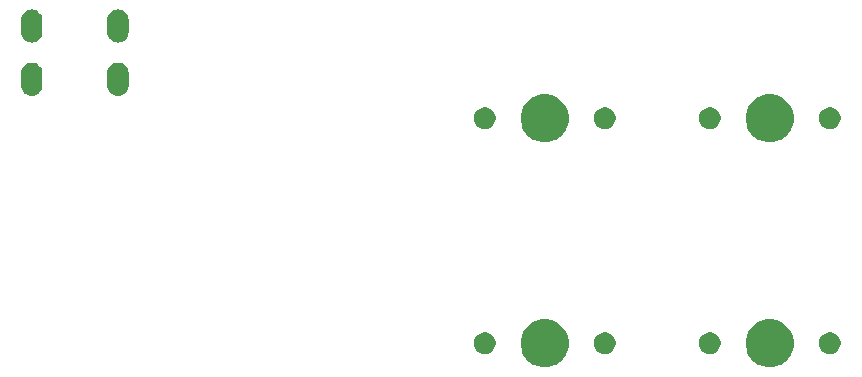
<source format=gts>
G04 #@! TF.GenerationSoftware,KiCad,Pcbnew,(5.1.4)-1*
G04 #@! TF.CreationDate,2020-12-10T18:26:19-06:00*
G04 #@! TF.ProjectId,pcb-guide,7063622d-6775-4696-9465-2e6b69636164,rev?*
G04 #@! TF.SameCoordinates,Original*
G04 #@! TF.FileFunction,Soldermask,Top*
G04 #@! TF.FilePolarity,Negative*
%FSLAX46Y46*%
G04 Gerber Fmt 4.6, Leading zero omitted, Abs format (unit mm)*
G04 Created by KiCad (PCBNEW (5.1.4)-1) date 2020-12-10 18:26:19*
%MOMM*%
%LPD*%
G04 APERTURE LIST*
%ADD10C,0.100000*%
G04 APERTURE END LIST*
D10*
G36*
X214908974Y-52072184D02*
G01*
X215126974Y-52162483D01*
X215281123Y-52226333D01*
X215616048Y-52450123D01*
X215900877Y-52734952D01*
X216124667Y-53069877D01*
X216157062Y-53148086D01*
X216278816Y-53442026D01*
X216357400Y-53837094D01*
X216357400Y-54239906D01*
X216278816Y-54634974D01*
X216227951Y-54757772D01*
X216124667Y-55007123D01*
X215900877Y-55342048D01*
X215616048Y-55626877D01*
X215281123Y-55850667D01*
X215126974Y-55914517D01*
X214908974Y-56004816D01*
X214513906Y-56083400D01*
X214111094Y-56083400D01*
X213716026Y-56004816D01*
X213498026Y-55914517D01*
X213343877Y-55850667D01*
X213008952Y-55626877D01*
X212724123Y-55342048D01*
X212500333Y-55007123D01*
X212397049Y-54757772D01*
X212346184Y-54634974D01*
X212267600Y-54239906D01*
X212267600Y-53837094D01*
X212346184Y-53442026D01*
X212467938Y-53148086D01*
X212500333Y-53069877D01*
X212724123Y-52734952D01*
X213008952Y-52450123D01*
X213343877Y-52226333D01*
X213498026Y-52162483D01*
X213716026Y-52072184D01*
X214111094Y-51993600D01*
X214513906Y-51993600D01*
X214908974Y-52072184D01*
X214908974Y-52072184D01*
G37*
G36*
X233958974Y-52072184D02*
G01*
X234176974Y-52162483D01*
X234331123Y-52226333D01*
X234666048Y-52450123D01*
X234950877Y-52734952D01*
X235174667Y-53069877D01*
X235207062Y-53148086D01*
X235328816Y-53442026D01*
X235407400Y-53837094D01*
X235407400Y-54239906D01*
X235328816Y-54634974D01*
X235277951Y-54757772D01*
X235174667Y-55007123D01*
X234950877Y-55342048D01*
X234666048Y-55626877D01*
X234331123Y-55850667D01*
X234176974Y-55914517D01*
X233958974Y-56004816D01*
X233563906Y-56083400D01*
X233161094Y-56083400D01*
X232766026Y-56004816D01*
X232548026Y-55914517D01*
X232393877Y-55850667D01*
X232058952Y-55626877D01*
X231774123Y-55342048D01*
X231550333Y-55007123D01*
X231447049Y-54757772D01*
X231396184Y-54634974D01*
X231317600Y-54239906D01*
X231317600Y-53837094D01*
X231396184Y-53442026D01*
X231517938Y-53148086D01*
X231550333Y-53069877D01*
X231774123Y-52734952D01*
X232058952Y-52450123D01*
X232393877Y-52226333D01*
X232548026Y-52162483D01*
X232766026Y-52072184D01*
X233161094Y-51993600D01*
X233563906Y-51993600D01*
X233958974Y-52072184D01*
X233958974Y-52072184D01*
G37*
G36*
X238712604Y-53148085D02*
G01*
X238881126Y-53217889D01*
X239032791Y-53319228D01*
X239161772Y-53448209D01*
X239263111Y-53599874D01*
X239332915Y-53768396D01*
X239368500Y-53947297D01*
X239368500Y-54129703D01*
X239332915Y-54308604D01*
X239263111Y-54477126D01*
X239161772Y-54628791D01*
X239032791Y-54757772D01*
X238881126Y-54859111D01*
X238712604Y-54928915D01*
X238533703Y-54964500D01*
X238351297Y-54964500D01*
X238172396Y-54928915D01*
X238003874Y-54859111D01*
X237852209Y-54757772D01*
X237723228Y-54628791D01*
X237621889Y-54477126D01*
X237552085Y-54308604D01*
X237516500Y-54129703D01*
X237516500Y-53947297D01*
X237552085Y-53768396D01*
X237621889Y-53599874D01*
X237723228Y-53448209D01*
X237852209Y-53319228D01*
X238003874Y-53217889D01*
X238172396Y-53148085D01*
X238351297Y-53112500D01*
X238533703Y-53112500D01*
X238712604Y-53148085D01*
X238712604Y-53148085D01*
G37*
G36*
X228552604Y-53148085D02*
G01*
X228721126Y-53217889D01*
X228872791Y-53319228D01*
X229001772Y-53448209D01*
X229103111Y-53599874D01*
X229172915Y-53768396D01*
X229208500Y-53947297D01*
X229208500Y-54129703D01*
X229172915Y-54308604D01*
X229103111Y-54477126D01*
X229001772Y-54628791D01*
X228872791Y-54757772D01*
X228721126Y-54859111D01*
X228552604Y-54928915D01*
X228373703Y-54964500D01*
X228191297Y-54964500D01*
X228012396Y-54928915D01*
X227843874Y-54859111D01*
X227692209Y-54757772D01*
X227563228Y-54628791D01*
X227461889Y-54477126D01*
X227392085Y-54308604D01*
X227356500Y-54129703D01*
X227356500Y-53947297D01*
X227392085Y-53768396D01*
X227461889Y-53599874D01*
X227563228Y-53448209D01*
X227692209Y-53319228D01*
X227843874Y-53217889D01*
X228012396Y-53148085D01*
X228191297Y-53112500D01*
X228373703Y-53112500D01*
X228552604Y-53148085D01*
X228552604Y-53148085D01*
G37*
G36*
X219662604Y-53148085D02*
G01*
X219831126Y-53217889D01*
X219982791Y-53319228D01*
X220111772Y-53448209D01*
X220213111Y-53599874D01*
X220282915Y-53768396D01*
X220318500Y-53947297D01*
X220318500Y-54129703D01*
X220282915Y-54308604D01*
X220213111Y-54477126D01*
X220111772Y-54628791D01*
X219982791Y-54757772D01*
X219831126Y-54859111D01*
X219662604Y-54928915D01*
X219483703Y-54964500D01*
X219301297Y-54964500D01*
X219122396Y-54928915D01*
X218953874Y-54859111D01*
X218802209Y-54757772D01*
X218673228Y-54628791D01*
X218571889Y-54477126D01*
X218502085Y-54308604D01*
X218466500Y-54129703D01*
X218466500Y-53947297D01*
X218502085Y-53768396D01*
X218571889Y-53599874D01*
X218673228Y-53448209D01*
X218802209Y-53319228D01*
X218953874Y-53217889D01*
X219122396Y-53148085D01*
X219301297Y-53112500D01*
X219483703Y-53112500D01*
X219662604Y-53148085D01*
X219662604Y-53148085D01*
G37*
G36*
X209502604Y-53148085D02*
G01*
X209671126Y-53217889D01*
X209822791Y-53319228D01*
X209951772Y-53448209D01*
X210053111Y-53599874D01*
X210122915Y-53768396D01*
X210158500Y-53947297D01*
X210158500Y-54129703D01*
X210122915Y-54308604D01*
X210053111Y-54477126D01*
X209951772Y-54628791D01*
X209822791Y-54757772D01*
X209671126Y-54859111D01*
X209502604Y-54928915D01*
X209323703Y-54964500D01*
X209141297Y-54964500D01*
X208962396Y-54928915D01*
X208793874Y-54859111D01*
X208642209Y-54757772D01*
X208513228Y-54628791D01*
X208411889Y-54477126D01*
X208342085Y-54308604D01*
X208306500Y-54129703D01*
X208306500Y-53947297D01*
X208342085Y-53768396D01*
X208411889Y-53599874D01*
X208513228Y-53448209D01*
X208642209Y-53319228D01*
X208793874Y-53217889D01*
X208962396Y-53148085D01*
X209141297Y-53112500D01*
X209323703Y-53112500D01*
X209502604Y-53148085D01*
X209502604Y-53148085D01*
G37*
G36*
X214908974Y-33022184D02*
G01*
X215056663Y-33083359D01*
X215281123Y-33176333D01*
X215616048Y-33400123D01*
X215900877Y-33684952D01*
X216124667Y-34019877D01*
X216157062Y-34098086D01*
X216278816Y-34392026D01*
X216357400Y-34787094D01*
X216357400Y-35189906D01*
X216278816Y-35584974D01*
X216227951Y-35707772D01*
X216124667Y-35957123D01*
X215900877Y-36292048D01*
X215616048Y-36576877D01*
X215281123Y-36800667D01*
X215126974Y-36864517D01*
X214908974Y-36954816D01*
X214513906Y-37033400D01*
X214111094Y-37033400D01*
X213716026Y-36954816D01*
X213498026Y-36864517D01*
X213343877Y-36800667D01*
X213008952Y-36576877D01*
X212724123Y-36292048D01*
X212500333Y-35957123D01*
X212397049Y-35707772D01*
X212346184Y-35584974D01*
X212267600Y-35189906D01*
X212267600Y-34787094D01*
X212346184Y-34392026D01*
X212467938Y-34098086D01*
X212500333Y-34019877D01*
X212724123Y-33684952D01*
X213008952Y-33400123D01*
X213343877Y-33176333D01*
X213568337Y-33083359D01*
X213716026Y-33022184D01*
X214111094Y-32943600D01*
X214513906Y-32943600D01*
X214908974Y-33022184D01*
X214908974Y-33022184D01*
G37*
G36*
X233958974Y-33022184D02*
G01*
X234106663Y-33083359D01*
X234331123Y-33176333D01*
X234666048Y-33400123D01*
X234950877Y-33684952D01*
X235174667Y-34019877D01*
X235207062Y-34098086D01*
X235328816Y-34392026D01*
X235407400Y-34787094D01*
X235407400Y-35189906D01*
X235328816Y-35584974D01*
X235277951Y-35707772D01*
X235174667Y-35957123D01*
X234950877Y-36292048D01*
X234666048Y-36576877D01*
X234331123Y-36800667D01*
X234176974Y-36864517D01*
X233958974Y-36954816D01*
X233563906Y-37033400D01*
X233161094Y-37033400D01*
X232766026Y-36954816D01*
X232548026Y-36864517D01*
X232393877Y-36800667D01*
X232058952Y-36576877D01*
X231774123Y-36292048D01*
X231550333Y-35957123D01*
X231447049Y-35707772D01*
X231396184Y-35584974D01*
X231317600Y-35189906D01*
X231317600Y-34787094D01*
X231396184Y-34392026D01*
X231517938Y-34098086D01*
X231550333Y-34019877D01*
X231774123Y-33684952D01*
X232058952Y-33400123D01*
X232393877Y-33176333D01*
X232618337Y-33083359D01*
X232766026Y-33022184D01*
X233161094Y-32943600D01*
X233563906Y-32943600D01*
X233958974Y-33022184D01*
X233958974Y-33022184D01*
G37*
G36*
X219662604Y-34098085D02*
G01*
X219831126Y-34167889D01*
X219982791Y-34269228D01*
X220111772Y-34398209D01*
X220213111Y-34549874D01*
X220282915Y-34718396D01*
X220318500Y-34897297D01*
X220318500Y-35079703D01*
X220282915Y-35258604D01*
X220213111Y-35427126D01*
X220111772Y-35578791D01*
X219982791Y-35707772D01*
X219831126Y-35809111D01*
X219662604Y-35878915D01*
X219483703Y-35914500D01*
X219301297Y-35914500D01*
X219122396Y-35878915D01*
X218953874Y-35809111D01*
X218802209Y-35707772D01*
X218673228Y-35578791D01*
X218571889Y-35427126D01*
X218502085Y-35258604D01*
X218466500Y-35079703D01*
X218466500Y-34897297D01*
X218502085Y-34718396D01*
X218571889Y-34549874D01*
X218673228Y-34398209D01*
X218802209Y-34269228D01*
X218953874Y-34167889D01*
X219122396Y-34098085D01*
X219301297Y-34062500D01*
X219483703Y-34062500D01*
X219662604Y-34098085D01*
X219662604Y-34098085D01*
G37*
G36*
X209502604Y-34098085D02*
G01*
X209671126Y-34167889D01*
X209822791Y-34269228D01*
X209951772Y-34398209D01*
X210053111Y-34549874D01*
X210122915Y-34718396D01*
X210158500Y-34897297D01*
X210158500Y-35079703D01*
X210122915Y-35258604D01*
X210053111Y-35427126D01*
X209951772Y-35578791D01*
X209822791Y-35707772D01*
X209671126Y-35809111D01*
X209502604Y-35878915D01*
X209323703Y-35914500D01*
X209141297Y-35914500D01*
X208962396Y-35878915D01*
X208793874Y-35809111D01*
X208642209Y-35707772D01*
X208513228Y-35578791D01*
X208411889Y-35427126D01*
X208342085Y-35258604D01*
X208306500Y-35079703D01*
X208306500Y-34897297D01*
X208342085Y-34718396D01*
X208411889Y-34549874D01*
X208513228Y-34398209D01*
X208642209Y-34269228D01*
X208793874Y-34167889D01*
X208962396Y-34098085D01*
X209141297Y-34062500D01*
X209323703Y-34062500D01*
X209502604Y-34098085D01*
X209502604Y-34098085D01*
G37*
G36*
X228552604Y-34098085D02*
G01*
X228721126Y-34167889D01*
X228872791Y-34269228D01*
X229001772Y-34398209D01*
X229103111Y-34549874D01*
X229172915Y-34718396D01*
X229208500Y-34897297D01*
X229208500Y-35079703D01*
X229172915Y-35258604D01*
X229103111Y-35427126D01*
X229001772Y-35578791D01*
X228872791Y-35707772D01*
X228721126Y-35809111D01*
X228552604Y-35878915D01*
X228373703Y-35914500D01*
X228191297Y-35914500D01*
X228012396Y-35878915D01*
X227843874Y-35809111D01*
X227692209Y-35707772D01*
X227563228Y-35578791D01*
X227461889Y-35427126D01*
X227392085Y-35258604D01*
X227356500Y-35079703D01*
X227356500Y-34897297D01*
X227392085Y-34718396D01*
X227461889Y-34549874D01*
X227563228Y-34398209D01*
X227692209Y-34269228D01*
X227843874Y-34167889D01*
X228012396Y-34098085D01*
X228191297Y-34062500D01*
X228373703Y-34062500D01*
X228552604Y-34098085D01*
X228552604Y-34098085D01*
G37*
G36*
X238712604Y-34098085D02*
G01*
X238881126Y-34167889D01*
X239032791Y-34269228D01*
X239161772Y-34398209D01*
X239263111Y-34549874D01*
X239332915Y-34718396D01*
X239368500Y-34897297D01*
X239368500Y-35079703D01*
X239332915Y-35258604D01*
X239263111Y-35427126D01*
X239161772Y-35578791D01*
X239032791Y-35707772D01*
X238881126Y-35809111D01*
X238712604Y-35878915D01*
X238533703Y-35914500D01*
X238351297Y-35914500D01*
X238172396Y-35878915D01*
X238003874Y-35809111D01*
X237852209Y-35707772D01*
X237723228Y-35578791D01*
X237621889Y-35427126D01*
X237552085Y-35258604D01*
X237516500Y-35079703D01*
X237516500Y-34897297D01*
X237552085Y-34718396D01*
X237621889Y-34549874D01*
X237723228Y-34398209D01*
X237852209Y-34269228D01*
X238003874Y-34167889D01*
X238172396Y-34098085D01*
X238351297Y-34062500D01*
X238533703Y-34062500D01*
X238712604Y-34098085D01*
X238712604Y-34098085D01*
G37*
G36*
X171057627Y-30290037D02*
G01*
X171227466Y-30341557D01*
X171383991Y-30425222D01*
X171419729Y-30454552D01*
X171521186Y-30537814D01*
X171604448Y-30639271D01*
X171633778Y-30675009D01*
X171717443Y-30831534D01*
X171768963Y-31001373D01*
X171782000Y-31133742D01*
X171782000Y-32222258D01*
X171768963Y-32354627D01*
X171717443Y-32524466D01*
X171633778Y-32680991D01*
X171604448Y-32716729D01*
X171521186Y-32818186D01*
X171383989Y-32930779D01*
X171227467Y-33014442D01*
X171227465Y-33014443D01*
X171057626Y-33065963D01*
X170881000Y-33083359D01*
X170704373Y-33065963D01*
X170534534Y-33014443D01*
X170378009Y-32930778D01*
X170342271Y-32901448D01*
X170240814Y-32818186D01*
X170128221Y-32680989D01*
X170044558Y-32524467D01*
X170044557Y-32524465D01*
X169993037Y-32354626D01*
X169980000Y-32222257D01*
X169980001Y-31133742D01*
X169993038Y-31001373D01*
X170044558Y-30831534D01*
X170128223Y-30675009D01*
X170157553Y-30639271D01*
X170240815Y-30537814D01*
X170342272Y-30454552D01*
X170378010Y-30425222D01*
X170534535Y-30341557D01*
X170704374Y-30290037D01*
X170881000Y-30272641D01*
X171057627Y-30290037D01*
X171057627Y-30290037D01*
G37*
G36*
X178357627Y-30290037D02*
G01*
X178527466Y-30341557D01*
X178683991Y-30425222D01*
X178719729Y-30454552D01*
X178821186Y-30537814D01*
X178904448Y-30639271D01*
X178933778Y-30675009D01*
X179017443Y-30831534D01*
X179068963Y-31001373D01*
X179082000Y-31133742D01*
X179082000Y-32222258D01*
X179068963Y-32354627D01*
X179017443Y-32524466D01*
X178933778Y-32680991D01*
X178904448Y-32716729D01*
X178821186Y-32818186D01*
X178683989Y-32930779D01*
X178527467Y-33014442D01*
X178527465Y-33014443D01*
X178357626Y-33065963D01*
X178181000Y-33083359D01*
X178004373Y-33065963D01*
X177834534Y-33014443D01*
X177678009Y-32930778D01*
X177642271Y-32901448D01*
X177540814Y-32818186D01*
X177428221Y-32680989D01*
X177344558Y-32524467D01*
X177344557Y-32524465D01*
X177293037Y-32354626D01*
X177280000Y-32222257D01*
X177280001Y-31133742D01*
X177293038Y-31001373D01*
X177344558Y-30831534D01*
X177428223Y-30675009D01*
X177457553Y-30639271D01*
X177540815Y-30537814D01*
X177642272Y-30454552D01*
X177678010Y-30425222D01*
X177834535Y-30341557D01*
X178004374Y-30290037D01*
X178181000Y-30272641D01*
X178357627Y-30290037D01*
X178357627Y-30290037D01*
G37*
G36*
X171057627Y-25790037D02*
G01*
X171227466Y-25841557D01*
X171383991Y-25925222D01*
X171419729Y-25954552D01*
X171521186Y-26037814D01*
X171604448Y-26139271D01*
X171633778Y-26175009D01*
X171717443Y-26331534D01*
X171768963Y-26501373D01*
X171782000Y-26633742D01*
X171782000Y-27722258D01*
X171768963Y-27854627D01*
X171717443Y-28024466D01*
X171633778Y-28180991D01*
X171604448Y-28216729D01*
X171521186Y-28318186D01*
X171383989Y-28430779D01*
X171227467Y-28514442D01*
X171227465Y-28514443D01*
X171057626Y-28565963D01*
X170881000Y-28583359D01*
X170704373Y-28565963D01*
X170534534Y-28514443D01*
X170378009Y-28430778D01*
X170342271Y-28401448D01*
X170240814Y-28318186D01*
X170128221Y-28180989D01*
X170044558Y-28024467D01*
X170044557Y-28024465D01*
X169993037Y-27854626D01*
X169980000Y-27722257D01*
X169980001Y-26633742D01*
X169993038Y-26501373D01*
X170044558Y-26331534D01*
X170128223Y-26175009D01*
X170157553Y-26139271D01*
X170240815Y-26037814D01*
X170342272Y-25954552D01*
X170378010Y-25925222D01*
X170534535Y-25841557D01*
X170704374Y-25790037D01*
X170881000Y-25772641D01*
X171057627Y-25790037D01*
X171057627Y-25790037D01*
G37*
G36*
X178357627Y-25790037D02*
G01*
X178527466Y-25841557D01*
X178683991Y-25925222D01*
X178719729Y-25954552D01*
X178821186Y-26037814D01*
X178904448Y-26139271D01*
X178933778Y-26175009D01*
X179017443Y-26331534D01*
X179068963Y-26501373D01*
X179082000Y-26633742D01*
X179082000Y-27722258D01*
X179068963Y-27854627D01*
X179017443Y-28024466D01*
X178933778Y-28180991D01*
X178904448Y-28216729D01*
X178821186Y-28318186D01*
X178683989Y-28430779D01*
X178527467Y-28514442D01*
X178527465Y-28514443D01*
X178357626Y-28565963D01*
X178181000Y-28583359D01*
X178004373Y-28565963D01*
X177834534Y-28514443D01*
X177678009Y-28430778D01*
X177642271Y-28401448D01*
X177540814Y-28318186D01*
X177428221Y-28180989D01*
X177344558Y-28024467D01*
X177344557Y-28024465D01*
X177293037Y-27854626D01*
X177280000Y-27722257D01*
X177280001Y-26633742D01*
X177293038Y-26501373D01*
X177344558Y-26331534D01*
X177428223Y-26175009D01*
X177457553Y-26139271D01*
X177540815Y-26037814D01*
X177642272Y-25954552D01*
X177678010Y-25925222D01*
X177834535Y-25841557D01*
X178004374Y-25790037D01*
X178181000Y-25772641D01*
X178357627Y-25790037D01*
X178357627Y-25790037D01*
G37*
M02*

</source>
